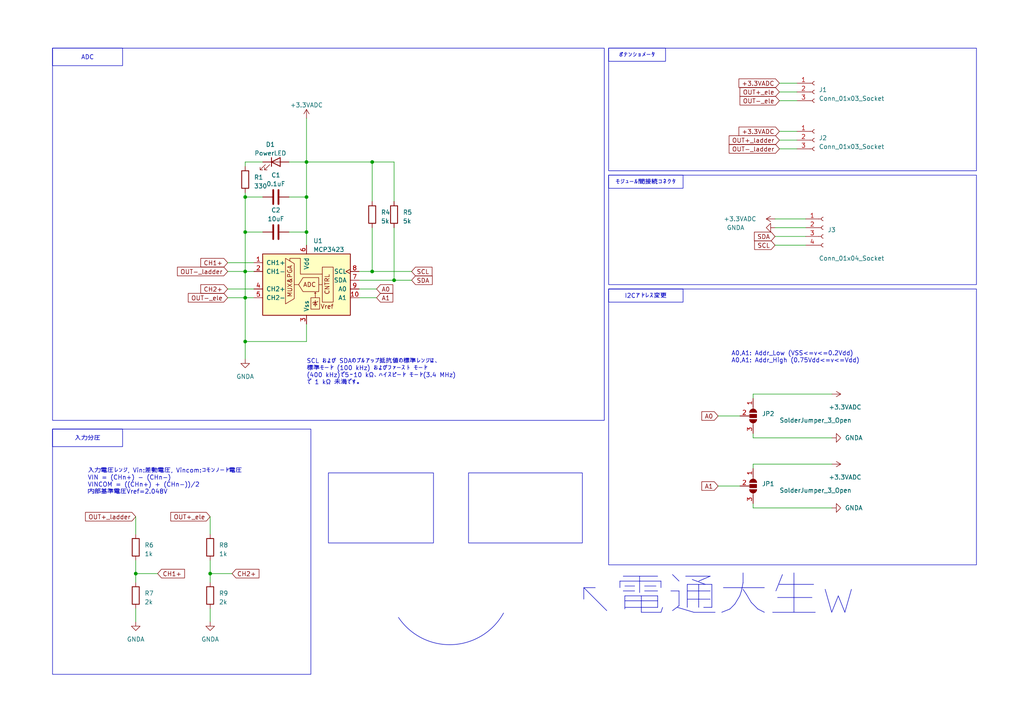
<source format=kicad_sch>
(kicad_sch (version 20230121) (generator eeschema)
  (paper "A4")
  (lib_symbols
    (symbol "Analog_ADC:MCP3423" (pin_names (offset 1.016))
      (property "Reference" "U" (at -2.54 11.43 0))
      (property "Value" "MCP3423" (at -2.54 8.89 0))
      (symbol "MCP3423_0_0"
        (polyline (pts (xy -6.096 6.35) (xy -3.556 4.826) (xy -3.556 -5.334) (xy -6.096 -6.858) (xy -6.096 6.35)))
        (polyline (pts (xy 4.572 1.778) (xy -1.778 1.778) (xy -1.778 6.35) (xy -4.826 6.35) (xy -4.826 5.588)))
        (polyline (pts (xy 3.556 0.762) (xy 3.556 -3.302) (xy -1.016 -3.302) (xy -2.286 -1.27) (xy -1.016 0.762) (xy 3.556 0.762)))
        (text "ADC" (at 0.889 -1.27 0) (effects (font (size 1.27 1.27))))
        (text "CNTRL" (at 6.731 -4.191 900) (effects (font (size 1.27 1.27)) (justify left bottom)))
        (text "MUX&PGA" (at -4.826 -0.254 900) (effects (font (size 1.27 1.27))))
        (text "Vref" (at 5.969 -7.62 0) (effects (font (size 1.27 1.27))))
      )
      (symbol "MCP3423_0_1"
        (polyline (pts (xy -3.556 -1.27) (xy -2.286 -1.27)))
        (polyline (pts (xy 2.032 -6.35) (xy 1.778 -6.604)))
        (polyline (pts (xy 2.54 -5.842) (xy 2.54 -7.62)))
        (polyline (pts (xy 2.54 -3.556) (xy 2.794 -3.81)))
        (polyline (pts (xy 3.556 -1.27) (xy 4.572 -1.27)))
        (polyline (pts (xy 2.032 -6.35) (xy 3.048 -6.35) (xy 3.302 -6.096)))
        (polyline (pts (xy 2.54 -5.08) (xy 2.54 -3.556) (xy 2.286 -3.81)))
        (polyline (pts (xy 2.54 -6.35) (xy 2.032 -7.112) (xy 3.048 -7.112) (xy 2.54 -6.35)))
        (rectangle (start 1.27 -5.08) (end 3.81 -8.382))
        (rectangle (start 4.572 -6.35) (end 7.747 3.81))
        (rectangle (start 12.7 7.62) (end -12.7 -10.16) (stroke (width 0.254)) (fill (type background)))
      )
      (symbol "MCP3423_1_1"
        (pin input line (at -15.24 5.08 0) (length 2.54) (name "CH1+") (number "1"))
        (pin input line (at 15.24 -5.08 180) (length 2.54) (name "A1") (number "10"))
        (pin input line (at -15.24 2.54 0) (length 2.54) (name "CH1-") (number "2"))
        (pin power_in line (at 0 -12.7 90) (length 2.54) (name "Vss") (number "3"))
        (pin input line (at -15.24 -2.54 0) (length 2.54) (name "CH2+") (number "4"))
        (pin input line (at -15.24 -5.08 0) (length 2.54) (name "CH2-") (number "5"))
        (pin power_in line (at 0 10.16 270) (length 2.54) (name "Vdd") (number "6"))
        (pin bidirectional line (at 15.24 0 180) (length 2.54) (name "SDA") (number "7"))
        (pin input clock (at 15.24 2.54 180) (length 2.54) (name "SCL") (number "8"))
        (pin input line (at 15.24 -2.54 180) (length 2.54) (name "A0") (number "9"))
      )
    )
    (symbol "Connector:Conn_01x03_Socket" (pin_names (offset 1.016) hide)
      (property "Reference" "J" (at 0 5.08 0))
      (property "Value" "Conn_01x03_Socket" (at 0 -5.08 0))
      (symbol "Conn_01x03_Socket_1_1"
        (arc (start 0 -2.032) (mid -0.5058 -2.54) (end 0 -3.048) (stroke (width 0.1524)))
        (polyline (pts (xy -1.27 -2.54) (xy -0.508 -2.54)) (stroke (width 0.1524)))
        (polyline (pts (xy -1.27 0) (xy -0.508 0)) (stroke (width 0.1524)))
        (polyline (pts (xy -1.27 2.54) (xy -0.508 2.54)) (stroke (width 0.1524)))
        (arc (start 0 0.508) (mid -0.5058 0) (end 0 -0.508) (stroke (width 0.1524)))
        (arc (start 0 3.048) (mid -0.5058 2.54) (end 0 2.032) (stroke (width 0.1524)))
        (pin passive line (at -5.08 2.54 0) (length 3.81) (name "Pin_1") (number "1"))
        (pin passive line (at -5.08 0 0) (length 3.81) (name "Pin_2") (number "2"))
        (pin passive line (at -5.08 -2.54 0) (length 3.81) (name "Pin_3") (number "3"))
      )
    )
    (symbol "Connector:Conn_01x04_Socket" (pin_names (offset 1.016) hide)
      (property "Reference" "J" (at 0 5.08 0))
      (property "Value" "Conn_01x04_Socket" (at 0 -7.62 0))
      (symbol "Conn_01x04_Socket_1_1"
        (arc (start 0 -4.572) (mid -0.5058 -5.08) (end 0 -5.588) (stroke (width 0.1524)))
        (arc (start 0 -2.032) (mid -0.5058 -2.54) (end 0 -3.048) (stroke (width 0.1524)))
        (polyline (pts (xy -1.27 -5.08) (xy -0.508 -5.08)) (stroke (width 0.1524)))
        (polyline (pts (xy -1.27 -2.54) (xy -0.508 -2.54)) (stroke (width 0.1524)))
        (polyline (pts (xy -1.27 0) (xy -0.508 0)) (stroke (width 0.1524)))
        (polyline (pts (xy -1.27 2.54) (xy -0.508 2.54)) (stroke (width 0.1524)))
        (arc (start 0 0.508) (mid -0.5058 0) (end 0 -0.508) (stroke (width 0.1524)))
        (arc (start 0 3.048) (mid -0.5058 2.54) (end 0 2.032) (stroke (width 0.1524)))
        (pin passive line (at -5.08 2.54 0) (length 3.81) (name "Pin_1") (number "1"))
        (pin passive line (at -5.08 0 0) (length 3.81) (name "Pin_2") (number "2"))
        (pin passive line (at -5.08 -2.54 0) (length 3.81) (name "Pin_3") (number "3"))
        (pin passive line (at -5.08 -5.08 0) (length 3.81) (name "Pin_4") (number "4"))
      )
    )
    (symbol "Device:C" (pin_numbers hide) (pin_names (offset 0.254))
      (property "Reference" "C" (at 0.635 2.54 0))
      (property "Value" "C" (at 0.635 -2.54 0))
      (symbol "C_0_1"
        (polyline (pts (xy -2.032 -0.762) (xy 2.032 -0.762)) (stroke (width 0.508)))
        (polyline (pts (xy -2.032 0.762) (xy 2.032 0.762)) (stroke (width 0.508)))
      )
      (symbol "C_1_1"
        (pin passive line (at 0 3.81 270) (length 2.794) (name "~") (number "1"))
        (pin passive line (at 0 -3.81 90) (length 2.794) (name "~") (number "2"))
      )
    )
    (symbol "Device:LED" (pin_numbers hide) (pin_names (offset 1.016) hide)
      (property "Reference" "D" (at 0 2.54 0))
      (property "Value" "LED" (at 0 -2.54 0))
      (symbol "LED_0_1"
        (polyline (pts (xy -1.27 -1.27) (xy -1.27 1.27)) (stroke (width 0.254)))
        (polyline (pts (xy -1.27 0) (xy 1.27 0)))
        (polyline (pts (xy 1.27 -1.27) (xy 1.27 1.27) (xy -1.27 0) (xy 1.27 -1.27)) (stroke (width 0.254)))
        (polyline (pts (xy -3.048 -0.762) (xy -4.572 -2.286) (xy -3.81 -2.286) (xy -4.572 -2.286) (xy -4.572 -1.524)))
        (polyline (pts (xy -1.778 -0.762) (xy -3.302 -2.286) (xy -2.54 -2.286) (xy -3.302 -2.286) (xy -3.302 -1.524)))
      )
      (symbol "LED_1_1"
        (pin passive line (at -3.81 0 0) (length 2.54) (name "K") (number "1"))
        (pin passive line (at 3.81 0 180) (length 2.54) (name "A") (number "2"))
      )
    )
    (symbol "Device:R" (pin_numbers hide) (pin_names (offset 0))
      (property "Reference" "R" (at 2.032 0 90))
      (property "Value" "R" (at 0 0 90))
      (symbol "R_0_1"
        (rectangle (start -1.016 -2.54) (end 1.016 2.54) (stroke (width 0.254)))
      )
      (symbol "R_1_1"
        (pin passive line (at 0 3.81 270) (length 1.27) (name "~") (number "1"))
        (pin passive line (at 0 -3.81 90) (length 1.27) (name "~") (number "2"))
      )
    )
    (symbol "Jumper:SolderJumper_3_Open" (pin_names (offset 0) hide)
      (property "Reference" "JP" (at -2.54 -2.54 0))
      (property "Value" "SolderJumper_3_Open" (at 0 2.794 0))
      (symbol "SolderJumper_3_Open_0_1"
        (arc (start -1.016 1.016) (mid -2.0276 0) (end -1.016 -1.016))
        (arc (start -1.016 1.016) (mid -2.0276 0) (end -1.016 -1.016) (fill (type outline)))
        (rectangle (start -0.508 1.016) (end 0.508 -1.016) (fill (type outline)))
        (polyline (pts (xy -2.54 0) (xy -2.032 0)))
        (polyline (pts (xy -1.016 1.016) (xy -1.016 -1.016)))
        (polyline (pts (xy 0 -1.27) (xy 0 -1.016)))
        (polyline (pts (xy 1.016 1.016) (xy 1.016 -1.016)))
        (polyline (pts (xy 2.54 0) (xy 2.032 0)))
        (arc (start 1.016 -1.016) (mid 2.0276 0) (end 1.016 1.016))
        (arc (start 1.016 -1.016) (mid 2.0276 0) (end 1.016 1.016) (fill (type outline)))
      )
      (symbol "SolderJumper_3_Open_1_1"
        (pin passive line (at -5.08 0 0) (length 2.54) (name "A") (number "1"))
        (pin passive line (at 0 -3.81 90) (length 2.54) (name "C") (number "2"))
        (pin passive line (at 5.08 0 180) (length 2.54) (name "B") (number "3"))
      )
    )
    (symbol "power:+3.3VADC" (power) (pin_names (offset 0))
      (property "Value" "+3.3VADC" (at 0 2.54 0))
      (symbol "+3.3VADC_0_0"
        (pin power_in line (at 0 0 90) (length 0) hide (name "+3.3VADC") (number "1"))
      )
      (symbol "+3.3VADC_0_1"
        (polyline (pts (xy -0.762 1.27) (xy 0 2.54)))
        (polyline (pts (xy 0 0) (xy 0 2.54)))
        (polyline (pts (xy 0 2.54) (xy 0.762 1.27)))
      )
    )
    (symbol "power:GNDA" (power) (pin_names (offset 0))
      (property "Value" "GNDA" (at 0 -3.81 0))
      (symbol "GNDA_0_1"
        (polyline (pts (xy 0 0) (xy 0 -1.27) (xy 1.27 -1.27) (xy 0 -2.54) (xy -1.27 -1.27) (xy 0 -1.27)))
      )
      (symbol "GNDA_1_1"
        (pin power_in line (at 0 0 270) (length 0) hide (name "GNDA") (number "1"))
      )
    )
  )
  (junction (at 88.9 46.99))
  (junction (at 107.95 46.99))
  (junction (at 88.9 67.31))
  (junction (at 107.95 78.74))
  (junction (at 114.3 81.28))
  (junction (at 71.12 78.74))
  (junction (at 71.12 99.06))
  (junction (at 71.12 57.15))
  (junction (at 71.12 86.36))
  (junction (at 60.96 166.37))
  (junction (at 39.37 166.37))
  (junction (at 88.9 57.15))
  (junction (at 71.12 67.31))
  (wire (pts (xy 218.44 114.3) (xy 218.44 115.57)))
  (wire (pts (xy 226.06 38.1) (xy 231.14 38.1)))
  (wire (pts (xy 88.9 34.29) (xy 88.9 46.99)))
  (wire (pts (xy 39.37 176.53) (xy 39.37 180.34)))
  (wire (pts (xy 66.04 78.74) (xy 71.12 78.74)))
  (wire (pts (xy 83.82 57.15) (xy 88.9 57.15)))
  (wire (pts (xy 60.96 162.56) (xy 60.96 166.37)))
  (wire (pts (xy 218.44 147.32) (xy 241.3 147.32)))
  (wire (pts (xy 208.28 120.65) (xy 214.63 120.65)))
  (wire (pts (xy 218.44 135.89) (xy 218.44 134.62)))
  (wire (pts (xy 83.82 67.31) (xy 88.9 67.31)))
  (wire (pts (xy 107.95 78.74) (xy 107.95 66.04)))
  (wire (pts (xy 71.12 55.88) (xy 71.12 57.15)))
  (wire (pts (xy 71.12 86.36) (xy 73.66 86.36)))
  (wire (pts (xy 71.12 46.99) (xy 71.12 48.26)))
  (wire (pts (xy 104.14 78.74) (xy 107.95 78.74)))
  (wire (pts (xy 114.3 46.99) (xy 107.95 46.99)))
  (wire (pts (xy 66.04 76.2) (xy 73.66 76.2)))
  (wire (pts (xy 71.12 86.36) (xy 71.12 99.06)))
  (wire (pts (xy 226.06 29.21) (xy 231.14 29.21)))
  (wire (pts (xy 218.44 146.05) (xy 218.44 147.32)))
  (wire (pts (xy 71.12 57.15) (xy 71.12 67.31)))
  (wire (pts (xy 114.3 81.28) (xy 114.3 66.04)))
  (wire (pts (xy 60.96 176.53) (xy 60.96 180.34)))
  (wire (pts (xy 60.96 149.86) (xy 60.96 154.94)))
  (wire (pts (xy 218.44 114.3) (xy 241.3 114.3)))
  (wire (pts (xy 224.79 66.04) (xy 233.68 66.04)))
  (wire (pts (xy 71.12 78.74) (xy 73.66 78.74)))
  (wire (pts (xy 88.9 57.15) (xy 88.9 67.31)))
  (wire (pts (xy 88.9 46.99) (xy 88.9 57.15)))
  (wire (pts (xy 60.96 166.37) (xy 60.96 168.91)))
  (wire (pts (xy 226.06 24.13) (xy 231.14 24.13)))
  (wire (pts (xy 107.95 58.42) (xy 107.95 46.99)))
  (wire (pts (xy 224.79 63.5) (xy 233.68 63.5)))
  (wire (pts (xy 104.14 81.28) (xy 114.3 81.28)))
  (wire (pts (xy 226.06 43.18) (xy 231.14 43.18)))
  (wire (pts (xy 71.12 46.99) (xy 76.2 46.99)))
  (wire (pts (xy 104.14 83.82) (xy 109.22 83.82)))
  (wire (pts (xy 218.44 125.73) (xy 218.44 127)))
  (wire (pts (xy 226.06 26.67) (xy 231.14 26.67)))
  (wire (pts (xy 107.95 78.74) (xy 119.38 78.74)))
  (wire (pts (xy 67.31 166.37) (xy 60.96 166.37)))
  (wire (pts (xy 71.12 99.06) (xy 71.12 104.14)))
  (wire (pts (xy 71.12 78.74) (xy 71.12 86.36)))
  (wire (pts (xy 218.44 127) (xy 241.3 127)))
  (wire (pts (xy 71.12 67.31) (xy 71.12 78.74)))
  (wire (pts (xy 88.9 99.06) (xy 88.9 93.98)))
  (wire (pts (xy 218.44 134.62) (xy 241.3 134.62)))
  (wire (pts (xy 76.2 67.31) (xy 71.12 67.31)))
  (wire (pts (xy 45.72 166.37) (xy 39.37 166.37)))
  (wire (pts (xy 66.04 83.82) (xy 73.66 83.82)))
  (wire (pts (xy 66.04 86.36) (xy 71.12 86.36)))
  (wire (pts (xy 224.79 71.12) (xy 233.68 71.12)))
  (wire (pts (xy 71.12 99.06) (xy 88.9 99.06)))
  (wire (pts (xy 39.37 149.86) (xy 39.37 154.94)))
  (wire (pts (xy 224.79 68.58) (xy 233.68 68.58)))
  (wire (pts (xy 83.82 46.99) (xy 88.9 46.99)))
  (wire (pts (xy 39.37 162.56) (xy 39.37 166.37)))
  (wire (pts (xy 88.9 67.31) (xy 88.9 71.12)))
  (wire (pts (xy 208.28 140.97) (xy 214.63 140.97)))
  (wire (pts (xy 39.37 166.37) (xy 39.37 168.91)))
  (wire (pts (xy 114.3 81.28) (xy 119.38 81.28)))
  (wire (pts (xy 107.95 46.99) (xy 88.9 46.99)))
  (wire (pts (xy 226.06 40.64) (xy 231.14 40.64)))
  (wire (pts (xy 114.3 58.42) (xy 114.3 46.99)))
  (wire (pts (xy 76.2 57.15) (xy 71.12 57.15)))
  (wire (pts (xy 104.14 86.36) (xy 109.22 86.36)))
  (rectangle (start 95.25 137.16) (end 125.73 157.48))
  (rectangle (start 15.24 124.46) (end 90.17 195.58))
  (arc (start 146.05 177.8) (mid 131.1658 186.9731) (end 115.57 179.07))
  (rectangle (start 176.53 83.82) (end 283.21 163.83))
  (rectangle (start 135.89 137.16) (end 168.91 157.48))
  (rectangle (start 176.53 13.97) (end 283.21 49.53))
  (rectangle (start 176.53 50.8) (end 283.21 82.55))
  (rectangle (start 15.24 13.97) (end 175.26 121.92))
  (text_box "I2Cアドレス変更" (at 176.53 83.82 0) (size 21.59 3.81) (effects (font (size 1.27 1.27))))
  (text_box "入力分圧" (at 15.24 124.46 0) (size 20.32 5.08) (effects (font (size 1.27 1.27))))
  (text_box "モジュール間接続コネクタ" (at 176.53 50.8 0) (size 21.59 3.81) (effects (font (size 1.27 1.27))))
  (text_box "ポテンショメータ" (at 176.53 13.97 0) (size 16.51 3.81) (effects (font (size 1.27 1.27))))
  (text_box "ADC" (at 15.24 13.97 0) (size 20.32 5.08) (effects (font (size 1.27 1.27))))
  (text "↖電通大生ｗ" (at 166.37 179.07 0) (effects (font (size 10 10)) (justify left bottom)))
  (text "SCL および SDAのプルアップ抵抗値の標準レンジは、\n標準モード (100 kHz) およびファースト モード\n(400 kHz)で5～10 kΩ、ハイスピード モード(3.4 MHz)\nで 1 kΩ 未満です。" (at 88.9 111.76 0) (effects (font (size 1.27 1.27)) (justify left bottom)))
  (text "A0,A1: Addr_Low (VSS<=v<=0.2Vdd)\nA0,A1: Addr_High (0.75Vdd<=v<=Vdd)" (at 212.09 105.41 0) (effects (font (size 1.27 1.27)) (justify left bottom)))
  (text "入力電圧レンジ, Vin:差動電圧, Vincom:コモンノード電圧\nVIN = (CHn+) - (CHn-)\nVINCOM = ((CHn+) + (CHn-))/2\n内部基準電圧Vref=2.048V" (at 25.4 143.51 0) (effects (font (size 1.27 1.27)) (justify left bottom)))
  (global_label "+3.3VADC" (shape input) (at 226.06 38.1 180) (property "Intersheetrefs" "${INTERSHEET_REFS}" (effects hide)))
  (global_label "SCL" (shape input) (at 119.38 78.74 0) (property "Intersheetrefs" "${INTERSHEET_REFS}" (effects hide)))
  (global_label "OUT+_ele" (shape input) (at 60.96 149.86 180) (property "Intersheetrefs" "${INTERSHEET_REFS}" (effects hide)))
  (global_label "A0" (shape input) (at 109.22 83.82 0) (property "Intersheetrefs" "${INTERSHEET_REFS}" (effects hide)))
  (global_label "CH2+" (shape input) (at 67.31 166.37 0) (property "Intersheetrefs" "${INTERSHEET_REFS}" (effects hide)))
  (global_label "OUT-_ladder" (shape input) (at 226.06 43.18 180) (property "Intersheetrefs" "${INTERSHEET_REFS}" (effects hide)))
  (global_label "CH1+" (shape input) (at 45.72 166.37 0) (property "Intersheetrefs" "${INTERSHEET_REFS}" (effects hide)))
  (global_label "SCL" (shape input) (at 224.79 71.12 180) (property "Intersheetrefs" "${INTERSHEET_REFS}" (effects hide)))
  (global_label "A1" (shape input) (at 109.22 86.36 0) (property "Intersheetrefs" "${INTERSHEET_REFS}" (effects hide)))
  (global_label "A1" (shape input) (at 208.28 140.97 180) (property "Intersheetrefs" "${INTERSHEET_REFS}" (effects hide)))
  (global_label "OUT+_ele" (shape input) (at 226.06 26.67 180) (property "Intersheetrefs" "${INTERSHEET_REFS}" (effects hide)))
  (global_label "CH1+" (shape input) (at 66.04 76.2 180) (property "Intersheetrefs" "${INTERSHEET_REFS}" (effects hide)))
  (global_label "OUT+_ladder" (shape input) (at 226.06 40.64 180) (property "Intersheetrefs" "${INTERSHEET_REFS}" (effects hide)))
  (global_label "OUT-_ele" (shape input) (at 66.04 86.36 180) (property "Intersheetrefs" "${INTERSHEET_REFS}" (effects hide)))
  (global_label "SDA" (shape input) (at 119.38 81.28 0) (property "Intersheetrefs" "${INTERSHEET_REFS}" (effects hide)))
  (global_label "OUT+_ladder" (shape input) (at 39.37 149.86 180) (property "Intersheetrefs" "${INTERSHEET_REFS}" (effects hide)))
  (global_label "+3.3VADC" (shape input) (at 226.06 24.13 180) (property "Intersheetrefs" "${INTERSHEET_REFS}" (effects hide)))
  (global_label "OUT-_ladder" (shape input) (at 66.04 78.74 180) (property "Intersheetrefs" "${INTERSHEET_REFS}" (effects hide)))
  (global_label "CH2+" (shape input) (at 66.04 83.82 180) (property "Intersheetrefs" "${INTERSHEET_REFS}" (effects hide)))
  (global_label "SDA" (shape input) (at 224.79 68.58 180) (property "Intersheetrefs" "${INTERSHEET_REFS}" (effects hide)))
  (global_label "A0" (shape input) (at 208.28 120.65 180) (property "Intersheetrefs" "${INTERSHEET_REFS}" (effects hide)))
  (global_label "OUT-_ele" (shape input) (at 226.06 29.21 180) (property "Intersheetrefs" "${INTERSHEET_REFS}" (effects hide)))
  (symbol (lib_id "Device:R") (at 39.37 158.75 0) (unit 1)
    (property "Reference" "R6" (at 41.91 158.115 0) (effects (justify left)))
    (property "Value" "1k" (at 41.91 160.655 0) (effects (justify left)))
  )
  (symbol (lib_id "Connector:Conn_01x04_Socket") (at 238.76 66.04 0) (unit 1)
    (property "Reference" "J3" (at 240.03 66.675 0) (effects (justify left)))
    (property "Value" "Conn_01x04_Socket" (at 237.49 74.93 0) (effects (justify left)))
    (property "Footprint" "Connector_JST:JST_XA_B04B-XASK-1-A_1x04_P2.50mm_Vertical" (effects hide))
  )
  (symbol (lib_id "power:GNDA") (at 224.79 66.04 270) (unit 1)
    (property "Reference" "#PWR04" (effects hide))
    (property "Value" "GNDA" (at 213.36 66.04 90))
  )
  (symbol (lib_id "Device:R") (at 114.3 62.23 0) (unit 1)
    (property "Reference" "R5" (at 116.84 61.595 0) (effects (justify left)))
    (property "Value" "5k" (at 116.84 64.135 0) (effects (justify left)))
  )
  (symbol (lib_id "Device:LED") (at 80.01 46.99 0) (unit 1)
    (property "Reference" "D1" (at 78.4225 41.91 0))
    (property "Value" "PowerLED" (at 78.4225 44.45 0))
  )
  (symbol (lib_id "Device:C") (at 80.01 57.15 270) (unit 1)
    (property "Reference" "C1" (at 80.01 50.8 90))
    (property "Value" "0.1uF" (at 80.01 53.34 90))
  )
  (symbol (lib_id "Device:R") (at 60.96 158.75 0) (unit 1)
    (property "Reference" "R8" (at 63.5 158.115 0) (effects (justify left)))
    (property "Value" "1k" (at 63.5 160.655 0) (effects (justify left)))
  )
  (symbol (lib_id "power:GNDA") (at 39.37 180.34 0) (unit 1)
    (property "Reference" "#PWR09" (effects hide))
    (property "Value" "GNDA" (at 39.37 185.42 0))
  )
  (symbol (lib_id "power:+3.3VADC") (at 241.3 134.62 270) (unit 1)
    (property "Reference" "#PWR05" (effects hide))
    (property "Value" "+3.3VADC" (at 245.11 138.43 90))
  )
  (symbol (lib_id "Device:R") (at 60.96 172.72 0) (unit 1)
    (property "Reference" "R9" (at 63.5 172.085 0) (effects (justify left)))
    (property "Value" "2k" (at 63.5 174.625 0) (effects (justify left)))
  )
  (symbol (lib_id "power:GNDA") (at 241.3 127 90) (unit 1)
    (property "Reference" "#PWR07" (effects hide))
    (property "Value" "GNDA" (at 247.65 127 90))
  )
  (symbol (lib_id "Device:R") (at 107.95 62.23 0) (unit 1)
    (property "Reference" "R4" (at 110.49 61.595 0) (effects (justify left)))
    (property "Value" "5k" (at 110.49 64.135 0) (effects (justify left)))
  )
  (symbol (lib_id "Device:R") (at 71.12 52.07 0) (unit 1)
    (property "Reference" "R1" (at 73.66 51.435 0) (effects (justify left)))
    (property "Value" "330" (at 73.66 53.975 0) (effects (justify left)))
  )
  (symbol (lib_id "Connector:Conn_01x03_Socket") (at 236.22 26.67 0) (unit 1)
    (property "Reference" "J1" (at 237.49 26.035 0) (effects (justify left)))
    (property "Value" "Conn_01x03_Socket" (at 237.49 28.575 0) (effects (justify left)))
    (property "Footprint" "Connector_JST:JST_XA_B03B-XASK-1-A_1x03_P2.50mm_Vertical" (effects hide))
  )
  (symbol (lib_id "power:GNDA") (at 60.96 180.34 0) (unit 1)
    (property "Reference" "#PWR010" (effects hide))
    (property "Value" "GNDA" (at 60.96 185.42 0))
  )
  (symbol (lib_id "Device:R") (at 39.37 172.72 0) (unit 1)
    (property "Reference" "R7" (at 41.91 172.085 0) (effects (justify left)))
    (property "Value" "2k" (at 41.91 174.625 0) (effects (justify left)))
  )
  (symbol (lib_id "power:+3.3VADC") (at 224.79 63.5 90) (unit 1)
    (property "Reference" "#PWR03" (effects hide))
    (property "Value" "+3.3VADC" (at 214.63 63.5 90))
  )
  (symbol (lib_id "power:GNDA") (at 71.12 104.14 0) (unit 1)
    (property "Reference" "#PWR01" (effects hide))
    (property "Value" "GNDA" (at 71.12 109.22 0))
  )
  (symbol (lib_id "Connector:Conn_01x03_Socket") (at 236.22 40.64 0) (unit 1)
    (property "Reference" "J2" (at 237.49 40.005 0) (effects (justify left)))
    (property "Value" "Conn_01x03_Socket" (at 237.49 42.545 0) (effects (justify left)))
    (property "Footprint" "Connector_JST:JST_XA_B03B-XASK-1-A_1x03_P2.50mm_Vertical" (effects hide))
  )
  (symbol (lib_id "Jumper:SolderJumper_3_Open") (at 218.44 140.97 270) (unit 1)
    (property "Reference" "JP1" (at 220.98 140.335 90) (effects (justify left)))
    (property "Value" "SolderJumper_3_Open" (at 226.06 142.24 90) (effects (justify left)))
  )
  (symbol (lib_id "Analog_ADC:MCP3423") (at 88.9 81.28 0) (unit 1)
    (property "Reference" "U1" (at 90.8559 69.85 0) (effects (justify left)))
    (property "Value" "MCP3423" (at 90.8559 72.39 0) (effects (justify left)))
    (property "Footprint" "Package_SO:MSOP-8_3x3mm_P0.65mm" (effects hide))
    (property "Datasheet" "http://ww1.microchip.com/downloads/en/DeviceDoc/22088c.pdf" (effects hide))
  )
  (symbol (lib_id "Jumper:SolderJumper_3_Open") (at 218.44 120.65 270) (unit 1)
    (property "Reference" "JP2" (at 220.98 120.015 90) (effects (justify left)))
    (property "Value" "SolderJumper_3_Open" (at 226.06 121.92 90) (effects (justify left)))
  )
  (symbol (lib_id "power:GNDA") (at 241.3 147.32 90) (unit 1)
    (property "Reference" "#PWR06" (effects hide))
    (property "Value" "GNDA" (at 247.65 147.32 90))
  )
  (symbol (lib_id "power:+3.3VADC") (at 88.9 34.29 0) (unit 1)
    (property "Reference" "#PWR02" (effects hide))
    (property "Value" "+3.3VADC" (at 88.9 30.48 0))
  )
  (symbol (lib_id "Device:C") (at 80.01 67.31 270) (unit 1)
    (property "Reference" "C2" (at 80.01 60.96 90))
    (property "Value" "10uF" (at 80.01 63.5 90))
  )
  (symbol (lib_id "power:+3.3VADC") (at 241.3 114.3 270) (unit 1)
    (property "Reference" "#PWR08" (effects hide))
    (property "Value" "+3.3VADC" (at 245.11 118.11 90))
  )
)
</source>
